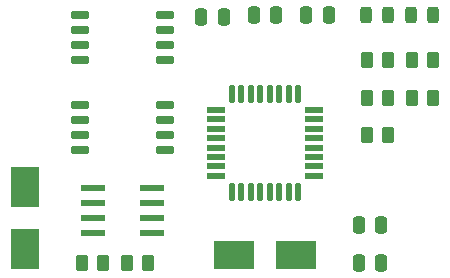
<source format=gtp>
%TF.GenerationSoftware,KiCad,Pcbnew,7.0.10*%
%TF.CreationDate,2024-01-18T02:20:14-05:00*%
%TF.ProjectId,Dattalogger_Board,44617474-616c-46f6-9767-65725f426f61,1*%
%TF.SameCoordinates,Original*%
%TF.FileFunction,Paste,Top*%
%TF.FilePolarity,Positive*%
%FSLAX46Y46*%
G04 Gerber Fmt 4.6, Leading zero omitted, Abs format (unit mm)*
G04 Created by KiCad (PCBNEW 7.0.10) date 2024-01-18 02:20:14*
%MOMM*%
%LPD*%
G01*
G04 APERTURE LIST*
G04 Aperture macros list*
%AMRoundRect*
0 Rectangle with rounded corners*
0 $1 Rounding radius*
0 $2 $3 $4 $5 $6 $7 $8 $9 X,Y pos of 4 corners*
0 Add a 4 corners polygon primitive as box body*
4,1,4,$2,$3,$4,$5,$6,$7,$8,$9,$2,$3,0*
0 Add four circle primitives for the rounded corners*
1,1,$1+$1,$2,$3*
1,1,$1+$1,$4,$5*
1,1,$1+$1,$6,$7*
1,1,$1+$1,$8,$9*
0 Add four rect primitives between the rounded corners*
20,1,$1+$1,$2,$3,$4,$5,0*
20,1,$1+$1,$4,$5,$6,$7,0*
20,1,$1+$1,$6,$7,$8,$9,0*
20,1,$1+$1,$8,$9,$2,$3,0*%
G04 Aperture macros list end*
%ADD10RoundRect,0.250000X-0.262500X-0.450000X0.262500X-0.450000X0.262500X0.450000X-0.262500X0.450000X0*%
%ADD11RoundRect,0.250000X0.262500X0.450000X-0.262500X0.450000X-0.262500X-0.450000X0.262500X-0.450000X0*%
%ADD12RoundRect,0.243750X-0.243750X-0.456250X0.243750X-0.456250X0.243750X0.456250X-0.243750X0.456250X0*%
%ADD13RoundRect,0.250000X0.250000X0.475000X-0.250000X0.475000X-0.250000X-0.475000X0.250000X-0.475000X0*%
%ADD14R,3.500000X2.400000*%
%ADD15R,2.400000X3.500000*%
%ADD16RoundRect,0.099000X-0.176000X-0.636000X0.176000X-0.636000X0.176000X0.636000X-0.176000X0.636000X0*%
%ADD17RoundRect,0.038500X-0.696500X-0.236500X0.696500X-0.236500X0.696500X0.236500X-0.696500X0.236500X0*%
%ADD18RoundRect,0.150000X-0.650000X-0.150000X0.650000X-0.150000X0.650000X0.150000X-0.650000X0.150000X0*%
%ADD19RoundRect,0.041300X-0.943700X-0.253700X0.943700X-0.253700X0.943700X0.253700X-0.943700X0.253700X0*%
%ADD20RoundRect,0.250000X-0.250000X-0.475000X0.250000X-0.475000X0.250000X0.475000X-0.250000X0.475000X0*%
G04 APERTURE END LIST*
D10*
%TO.C,R5*%
X161012500Y-69850000D03*
X162837500Y-69850000D03*
%TD*%
D11*
%TO.C,R4*%
X162837500Y-73025000D03*
X161012500Y-73025000D03*
%TD*%
%TO.C,R3*%
X161012500Y-76200000D03*
X162837500Y-76200000D03*
%TD*%
D12*
%TO.C,D2*%
X162862500Y-66040000D03*
X160987500Y-66040000D03*
%TD*%
D13*
%TO.C,C4*%
X162240000Y-86995000D03*
X160340000Y-86995000D03*
%TD*%
%TO.C,C2*%
X162240000Y-83820000D03*
X160340000Y-83820000D03*
%TD*%
D14*
%TO.C,Y2*%
X149800000Y-86360000D03*
X155000000Y-86360000D03*
%TD*%
D15*
%TO.C,Y1*%
X132080000Y-80585000D03*
X132080000Y-85785000D03*
%TD*%
D16*
%TO.C,U4*%
X149600000Y-72665000D03*
X150400000Y-72665000D03*
X151200000Y-72665000D03*
X152000000Y-72665000D03*
X152800000Y-72665000D03*
X153600000Y-72665000D03*
X154400000Y-72665000D03*
X155200000Y-72665000D03*
D17*
X156570000Y-74035000D03*
X156570000Y-74835000D03*
X156570000Y-75635000D03*
X156570000Y-76435000D03*
X156570000Y-77235000D03*
X156570000Y-78035000D03*
X156570000Y-78835000D03*
X156570000Y-79635000D03*
D16*
X155200000Y-81005000D03*
X154400000Y-81005000D03*
X153600000Y-81005000D03*
X152800000Y-81005000D03*
X152000000Y-81005000D03*
X151200000Y-81005000D03*
X150400000Y-81005000D03*
X149600000Y-81005000D03*
D17*
X148230000Y-79635000D03*
X148230000Y-78835000D03*
X148230000Y-78035000D03*
X148230000Y-77235000D03*
X148230000Y-76435000D03*
X148230000Y-75635000D03*
X148230000Y-74835000D03*
X148230000Y-74035000D03*
%TD*%
D18*
%TO.C,U3*%
X143935000Y-66040000D03*
X143935000Y-67310000D03*
X143935000Y-68580000D03*
X143935000Y-69850000D03*
X136735000Y-69850000D03*
X136735000Y-68580000D03*
X136735000Y-67310000D03*
X136735000Y-66040000D03*
%TD*%
D19*
%TO.C,U2*%
X137860000Y-80645000D03*
X137860000Y-81915000D03*
X137860000Y-83185000D03*
X137860000Y-84455000D03*
X142810000Y-84455000D03*
X142810000Y-83185000D03*
X142810000Y-81915000D03*
X142810000Y-80645000D03*
%TD*%
D18*
%TO.C,U1*%
X143935000Y-73660000D03*
X143935000Y-74930000D03*
X143935000Y-76200000D03*
X143935000Y-77470000D03*
X136735000Y-77470000D03*
X136735000Y-76200000D03*
X136735000Y-74930000D03*
X136735000Y-73660000D03*
%TD*%
D11*
%TO.C,R7*%
X164822500Y-69850000D03*
X166647500Y-69850000D03*
%TD*%
D10*
%TO.C,R6*%
X166647500Y-73025000D03*
X164822500Y-73025000D03*
%TD*%
D11*
%TO.C,R2*%
X142517500Y-86995000D03*
X140692500Y-86995000D03*
%TD*%
D10*
%TO.C,R1*%
X136882500Y-86995000D03*
X138707500Y-86995000D03*
%TD*%
D12*
%TO.C,D1*%
X164797500Y-66040000D03*
X166672500Y-66040000D03*
%TD*%
D20*
%TO.C,C5*%
X157795000Y-66040000D03*
X155895000Y-66040000D03*
%TD*%
%TO.C,C3*%
X153350000Y-66040000D03*
X151450000Y-66040000D03*
%TD*%
%TO.C,C1*%
X148905000Y-66155000D03*
X147005000Y-66155000D03*
%TD*%
M02*

</source>
